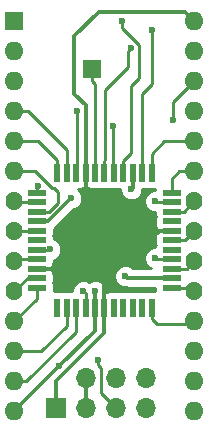
<source format=gtl>
G04 #@! TF.FileFunction,Copper,L1,Top,Signal*
%FSLAX46Y46*%
G04 Gerber Fmt 4.6, Leading zero omitted, Abs format (unit mm)*
G04 Created by KiCad (PCBNEW 4.0.7-e2-6376~58~ubuntu16.04.1) date Fri Nov 24 21:44:44 2023*
%MOMM*%
%LPD*%
G01*
G04 APERTURE LIST*
%ADD10C,0.100000*%
%ADD11R,1.700000X1.700000*%
%ADD12O,1.700000X1.700000*%
%ADD13R,1.600000X1.600000*%
%ADD14O,1.600000X1.600000*%
%ADD15O,1.400000X1.600000*%
%ADD16R,1.500000X0.550000*%
%ADD17R,0.550000X1.500000*%
%ADD18R,1.500000X1.500000*%
%ADD19C,0.600000*%
%ADD20C,0.350000*%
%ADD21C,0.250000*%
%ADD22C,0.254000*%
G04 APERTURE END LIST*
D10*
D11*
X169418000Y-145288000D03*
D12*
X171958000Y-145288000D03*
X171958000Y-142748000D03*
X174498000Y-145288000D03*
X174498000Y-142748000D03*
X177038000Y-145288000D03*
X177038000Y-142748000D03*
D13*
X165862000Y-112522000D03*
D14*
X181102000Y-145542000D03*
X165862000Y-115062000D03*
X181102000Y-143002000D03*
X165862000Y-117602000D03*
X181102000Y-140462000D03*
X165862000Y-120142000D03*
X181102000Y-137922000D03*
X165862000Y-122682000D03*
D15*
X181102000Y-135382000D03*
D14*
X165862000Y-125222000D03*
D15*
X181102000Y-132842000D03*
X165862000Y-127762000D03*
X181102000Y-130302000D03*
X165862000Y-130302000D03*
X181102000Y-127762000D03*
X165862000Y-132842000D03*
D14*
X181102000Y-125222000D03*
D15*
X165862000Y-135382000D03*
D14*
X181102000Y-122682000D03*
X165862000Y-137922000D03*
X181102000Y-120142000D03*
X165862000Y-140462000D03*
X181102000Y-117602000D03*
X165862000Y-143002000D03*
X181102000Y-115062000D03*
X165862000Y-145542000D03*
X181102000Y-112522000D03*
D16*
X167782000Y-127064000D03*
X167782000Y-127864000D03*
X167782000Y-128664000D03*
X167782000Y-129464000D03*
X167782000Y-130264000D03*
X167782000Y-131064000D03*
X167782000Y-131864000D03*
X167782000Y-132664000D03*
X167782000Y-133464000D03*
X167782000Y-134264000D03*
X167782000Y-135064000D03*
D17*
X169482000Y-136764000D03*
X170282000Y-136764000D03*
X171082000Y-136764000D03*
X171882000Y-136764000D03*
X172682000Y-136764000D03*
X173482000Y-136764000D03*
X174282000Y-136764000D03*
X175082000Y-136764000D03*
X175882000Y-136764000D03*
X176682000Y-136764000D03*
X177482000Y-136764000D03*
D16*
X179182000Y-135064000D03*
X179182000Y-134264000D03*
X179182000Y-133464000D03*
X179182000Y-132664000D03*
X179182000Y-131864000D03*
X179182000Y-131064000D03*
X179182000Y-130264000D03*
X179182000Y-129464000D03*
X179182000Y-128664000D03*
X179182000Y-127864000D03*
X179182000Y-127064000D03*
D17*
X177482000Y-125364000D03*
X176682000Y-125364000D03*
X175882000Y-125364000D03*
X175082000Y-125364000D03*
X174282000Y-125364000D03*
X173482000Y-125364000D03*
X172682000Y-125364000D03*
X171882000Y-125364000D03*
X171082000Y-125364000D03*
X170282000Y-125364000D03*
X169482000Y-125364000D03*
D18*
X172466000Y-116586000D03*
D19*
X172212000Y-129540000D03*
X169672000Y-141732000D03*
X170688000Y-127508000D03*
X175260000Y-134112000D03*
X175768000Y-126746000D03*
X172720000Y-135382000D03*
X175006000Y-112522000D03*
X171704000Y-135382000D03*
X179324000Y-120904000D03*
X177546000Y-113284000D03*
X171196000Y-120142000D03*
X175768000Y-114808000D03*
X174244000Y-121412000D03*
X168910000Y-131826000D03*
X172974000Y-141224000D03*
X167894000Y-126492000D03*
X177800000Y-132588000D03*
X177800000Y-127762000D03*
D20*
X173482000Y-138938000D02*
X169418000Y-143002000D01*
X169418000Y-143002000D02*
X169418000Y-145288000D01*
X173482000Y-136764000D02*
X173482000Y-138938000D01*
X170942000Y-118694000D02*
X170942000Y-113792000D01*
X170942000Y-113792000D02*
X173011999Y-111722001D01*
X173011999Y-111722001D02*
X180302001Y-111722001D01*
X180302001Y-111722001D02*
X181102000Y-112522000D01*
X171882000Y-125364000D02*
X171882000Y-119634000D01*
X171882000Y-119634000D02*
X170942000Y-118694000D01*
X179182000Y-130264000D02*
X179144000Y-130302000D01*
X179144000Y-130302000D02*
X176022000Y-130302000D01*
X175260000Y-129540000D02*
X172212000Y-129540000D01*
X176022000Y-130302000D02*
X175260000Y-129540000D01*
X167782000Y-133464000D02*
X173292572Y-133464000D01*
X173292572Y-133464000D02*
X173380740Y-133552168D01*
X172212000Y-132383428D02*
X173380740Y-133552168D01*
X172212000Y-129540000D02*
X172212000Y-132383428D01*
X173482000Y-136764000D02*
X173482000Y-133653428D01*
X173482000Y-133653428D02*
X173380740Y-133552168D01*
X167922000Y-133604000D02*
X167782000Y-133464000D01*
X172212000Y-127000000D02*
X171882000Y-126670000D01*
X171882000Y-126670000D02*
X171882000Y-125364000D01*
X172212000Y-129540000D02*
X172212000Y-127000000D01*
X171958000Y-142748000D02*
X171958000Y-145288000D01*
X169672000Y-141732000D02*
X165862000Y-145542000D01*
X172682000Y-138722000D02*
X169672000Y-141732000D01*
X167782000Y-129464000D02*
X168732000Y-129464000D01*
X168732000Y-129464000D02*
X170688000Y-127508000D01*
X179182000Y-134264000D02*
X175412000Y-134264000D01*
X175412000Y-134264000D02*
X175260000Y-134112000D01*
X175882000Y-125364000D02*
X175882000Y-126632000D01*
X175882000Y-126632000D02*
X175768000Y-126746000D01*
X172682000Y-136764000D02*
X172682000Y-135420000D01*
X172682000Y-135420000D02*
X172720000Y-135382000D01*
X172682000Y-136764000D02*
X172682000Y-138722000D01*
D21*
X176393002Y-114507998D02*
X176393002Y-117348000D01*
X175768000Y-123678000D02*
X175768000Y-117973002D01*
X175768000Y-117973002D02*
X176393002Y-117348000D01*
X175082000Y-124364000D02*
X175768000Y-123678000D01*
X175082000Y-124364000D02*
X175082000Y-125364000D01*
X175006000Y-113120996D02*
X176393002Y-114507998D01*
X175006000Y-112522000D02*
X175006000Y-113120996D01*
X171882000Y-136764000D02*
X171882000Y-135560000D01*
X171882000Y-135560000D02*
X171704000Y-135382000D01*
X179324000Y-120904000D02*
X179324000Y-119380000D01*
X179324000Y-119380000D02*
X181102000Y-117602000D01*
X176682000Y-118720000D02*
X177546000Y-117856000D01*
X177546000Y-117856000D02*
X177546000Y-113284000D01*
X176682000Y-125364000D02*
X176682000Y-118720000D01*
X177482000Y-136764000D02*
X177482000Y-137764000D01*
X177482000Y-137764000D02*
X177894000Y-138176000D01*
X177894000Y-138176000D02*
X180848000Y-138176000D01*
X180848000Y-138176000D02*
X181102000Y-137922000D01*
X179182000Y-135064000D02*
X180784000Y-135064000D01*
X180784000Y-135064000D02*
X181102000Y-135382000D01*
X179182000Y-133464000D02*
X180480000Y-133464000D01*
X180480000Y-133464000D02*
X181102000Y-132842000D01*
X179182000Y-131064000D02*
X180340000Y-131064000D01*
X180340000Y-131064000D02*
X181102000Y-130302000D01*
X179182000Y-128664000D02*
X180200000Y-128664000D01*
X180200000Y-128664000D02*
X181102000Y-127762000D01*
X179182000Y-125872000D02*
X179832000Y-125222000D01*
X179832000Y-125222000D02*
X181102000Y-125222000D01*
X179182000Y-127064000D02*
X179182000Y-125872000D01*
X177482000Y-123762000D02*
X178562000Y-122682000D01*
X178562000Y-122682000D02*
X181102000Y-122682000D01*
X177482000Y-125364000D02*
X177482000Y-123762000D01*
X171196000Y-120142000D02*
X171196000Y-125250000D01*
X171196000Y-125250000D02*
X171082000Y-125364000D01*
X170282000Y-136764000D02*
X170282000Y-138328000D01*
X170282000Y-138328000D02*
X168148000Y-140462000D01*
X168148000Y-140462000D02*
X165862000Y-140462000D01*
X171082000Y-138798000D02*
X166878000Y-143002000D01*
X166878000Y-143002000D02*
X165862000Y-143002000D01*
X171082000Y-138798000D02*
X171082000Y-136764000D01*
X175768000Y-114808000D02*
X175468001Y-115107999D01*
X175468001Y-115107999D02*
X175468001Y-116377999D01*
X175468001Y-116377999D02*
X173541001Y-118304999D01*
X173541001Y-118304999D02*
X173541001Y-124304999D01*
X173541001Y-124304999D02*
X173482000Y-124364000D01*
X173482000Y-124364000D02*
X173482000Y-125364000D01*
X172466000Y-116586000D02*
X172466000Y-117586000D01*
X172466000Y-117586000D02*
X172682000Y-117802000D01*
X172682000Y-117802000D02*
X172682000Y-125364000D01*
X174244000Y-121412000D02*
X174244000Y-125326000D01*
X174244000Y-125326000D02*
X174282000Y-125364000D01*
X167782000Y-127864000D02*
X165964000Y-127864000D01*
X165964000Y-127864000D02*
X165862000Y-127762000D01*
X165862000Y-125222000D02*
X167640000Y-125222000D01*
X167640000Y-125222000D02*
X169046999Y-126628999D01*
X169535002Y-127910998D02*
X168782000Y-128664000D01*
X169046999Y-126628999D02*
X169210001Y-126628999D01*
X169210001Y-126628999D02*
X169535001Y-126953999D01*
X169535001Y-126953999D02*
X169535002Y-127910998D01*
X168782000Y-128664000D02*
X167782000Y-128664000D01*
X165862000Y-120142000D02*
X166993370Y-120142000D01*
X166993370Y-120142000D02*
X170282000Y-123430630D01*
X170282000Y-123430630D02*
X170282000Y-125364000D01*
X165862000Y-122682000D02*
X167894000Y-122682000D01*
X167894000Y-122682000D02*
X169482000Y-124270000D01*
X169482000Y-124270000D02*
X169482000Y-125364000D01*
X167782000Y-130264000D02*
X165900000Y-130264000D01*
X165900000Y-130264000D02*
X165862000Y-130302000D01*
X165862000Y-137922000D02*
X167782000Y-136002000D01*
X167782000Y-136002000D02*
X167782000Y-135064000D01*
X167782000Y-134264000D02*
X166980000Y-134264000D01*
X166980000Y-134264000D02*
X165862000Y-135382000D01*
X167782000Y-132664000D02*
X166040000Y-132664000D01*
X166040000Y-132664000D02*
X165862000Y-132842000D01*
X167782000Y-131864000D02*
X168872000Y-131864000D01*
X168872000Y-131864000D02*
X168910000Y-131826000D01*
X174498000Y-145288000D02*
X173228000Y-144018000D01*
X173228000Y-144018000D02*
X173228000Y-141902264D01*
X173228000Y-141902264D02*
X172974000Y-141648264D01*
X172974000Y-141648264D02*
X172974000Y-141224000D01*
X167782000Y-127064000D02*
X167782000Y-126604000D01*
X167782000Y-126604000D02*
X167894000Y-126492000D01*
X179182000Y-132664000D02*
X177876000Y-132664000D01*
X177876000Y-132664000D02*
X177800000Y-132588000D01*
X179182000Y-127864000D02*
X177902000Y-127864000D01*
X177902000Y-127864000D02*
X177800000Y-127762000D01*
D22*
G36*
X171942910Y-126565441D02*
X172073245Y-126654495D01*
X172167750Y-126749000D01*
X172283310Y-126749000D01*
X172303753Y-126740532D01*
X172407000Y-126761440D01*
X172957000Y-126761440D01*
X173086589Y-126737056D01*
X173207000Y-126761440D01*
X173757000Y-126761440D01*
X173886589Y-126737056D01*
X174007000Y-126761440D01*
X174557000Y-126761440D01*
X174686589Y-126737056D01*
X174807000Y-126761440D01*
X174832986Y-126761440D01*
X174832838Y-126931167D01*
X174974883Y-127274943D01*
X175237673Y-127538192D01*
X175581201Y-127680838D01*
X175953167Y-127681162D01*
X176296943Y-127539117D01*
X176560192Y-127276327D01*
X176702838Y-126932799D01*
X176702987Y-126761440D01*
X176957000Y-126761440D01*
X177086589Y-126737056D01*
X177207000Y-126761440D01*
X177757000Y-126761440D01*
X177791454Y-126754957D01*
X177784560Y-126789000D01*
X177784560Y-126826986D01*
X177614833Y-126826838D01*
X177271057Y-126968883D01*
X177007808Y-127231673D01*
X176865162Y-127575201D01*
X176864838Y-127947167D01*
X177006883Y-128290943D01*
X177269673Y-128554192D01*
X177613201Y-128696838D01*
X177784560Y-128696987D01*
X177784560Y-128939000D01*
X177808944Y-129068589D01*
X177784560Y-129189000D01*
X177784560Y-129739000D01*
X177804450Y-129844705D01*
X177797000Y-129862690D01*
X177797000Y-129978250D01*
X177893401Y-130074651D01*
X177967910Y-130190441D01*
X178075397Y-130263884D01*
X177980559Y-130324910D01*
X177891505Y-130455245D01*
X177797000Y-130549750D01*
X177797000Y-130665310D01*
X177805468Y-130685753D01*
X177784560Y-130789000D01*
X177784560Y-131339000D01*
X177808944Y-131468589D01*
X177784560Y-131589000D01*
X177784560Y-131652986D01*
X177614833Y-131652838D01*
X177271057Y-131794883D01*
X177007808Y-132057673D01*
X176865162Y-132401201D01*
X176864838Y-132773167D01*
X177006883Y-133116943D01*
X177269673Y-133380192D01*
X177447422Y-133454000D01*
X175924285Y-133454000D01*
X175790327Y-133319808D01*
X175446799Y-133177162D01*
X175074833Y-133176838D01*
X174731057Y-133318883D01*
X174467808Y-133581673D01*
X174325162Y-133925201D01*
X174324838Y-134297167D01*
X174466883Y-134640943D01*
X174729673Y-134904192D01*
X175073201Y-135046838D01*
X175276338Y-135047015D01*
X175412000Y-135074000D01*
X177784560Y-135074000D01*
X177784560Y-135339000D01*
X177791043Y-135373454D01*
X177757000Y-135366560D01*
X177207000Y-135366560D01*
X177077411Y-135390944D01*
X176957000Y-135366560D01*
X176407000Y-135366560D01*
X176277411Y-135390944D01*
X176157000Y-135366560D01*
X175607000Y-135366560D01*
X175477411Y-135390944D01*
X175357000Y-135366560D01*
X174807000Y-135366560D01*
X174677411Y-135390944D01*
X174557000Y-135366560D01*
X174007000Y-135366560D01*
X173901295Y-135386450D01*
X173883310Y-135379000D01*
X173767750Y-135379000D01*
X173671349Y-135475401D01*
X173654910Y-135485979D01*
X173655162Y-135196833D01*
X173513117Y-134853057D01*
X173250327Y-134589808D01*
X172906799Y-134447162D01*
X172534833Y-134446838D01*
X172211629Y-134580383D01*
X171890799Y-134447162D01*
X171518833Y-134446838D01*
X171175057Y-134588883D01*
X170911808Y-134851673D01*
X170769162Y-135195201D01*
X170769007Y-135373709D01*
X170677411Y-135390944D01*
X170557000Y-135366560D01*
X170007000Y-135366560D01*
X169877411Y-135390944D01*
X169757000Y-135366560D01*
X169207000Y-135366560D01*
X169172546Y-135373043D01*
X169179440Y-135339000D01*
X169179440Y-134789000D01*
X169155056Y-134659411D01*
X169179440Y-134539000D01*
X169179440Y-133989000D01*
X169159550Y-133883295D01*
X169167000Y-133865310D01*
X169167000Y-133749750D01*
X169070599Y-133653349D01*
X168996090Y-133537559D01*
X168888603Y-133464116D01*
X168983441Y-133403090D01*
X169072495Y-133272755D01*
X169167000Y-133178250D01*
X169167000Y-133062690D01*
X169158532Y-133042247D01*
X169179440Y-132939000D01*
X169179440Y-132726341D01*
X169438943Y-132619117D01*
X169702192Y-132356327D01*
X169844838Y-132012799D01*
X169845162Y-131640833D01*
X169703117Y-131297057D01*
X169440327Y-131033808D01*
X169179440Y-130925478D01*
X169179440Y-130789000D01*
X169155056Y-130659411D01*
X169179440Y-130539000D01*
X169179440Y-130120490D01*
X169304756Y-130036756D01*
X170916084Y-128425429D01*
X171216943Y-128301117D01*
X171480192Y-128038327D01*
X171622838Y-127694799D01*
X171623162Y-127322833D01*
X171481117Y-126979057D01*
X171263879Y-126761440D01*
X171357000Y-126761440D01*
X171462705Y-126741550D01*
X171480690Y-126749000D01*
X171596250Y-126749000D01*
X171692651Y-126652599D01*
X171808441Y-126578090D01*
X171881884Y-126470603D01*
X171942910Y-126565441D01*
X171942910Y-126565441D01*
G37*
X171942910Y-126565441D02*
X172073245Y-126654495D01*
X172167750Y-126749000D01*
X172283310Y-126749000D01*
X172303753Y-126740532D01*
X172407000Y-126761440D01*
X172957000Y-126761440D01*
X173086589Y-126737056D01*
X173207000Y-126761440D01*
X173757000Y-126761440D01*
X173886589Y-126737056D01*
X174007000Y-126761440D01*
X174557000Y-126761440D01*
X174686589Y-126737056D01*
X174807000Y-126761440D01*
X174832986Y-126761440D01*
X174832838Y-126931167D01*
X174974883Y-127274943D01*
X175237673Y-127538192D01*
X175581201Y-127680838D01*
X175953167Y-127681162D01*
X176296943Y-127539117D01*
X176560192Y-127276327D01*
X176702838Y-126932799D01*
X176702987Y-126761440D01*
X176957000Y-126761440D01*
X177086589Y-126737056D01*
X177207000Y-126761440D01*
X177757000Y-126761440D01*
X177791454Y-126754957D01*
X177784560Y-126789000D01*
X177784560Y-126826986D01*
X177614833Y-126826838D01*
X177271057Y-126968883D01*
X177007808Y-127231673D01*
X176865162Y-127575201D01*
X176864838Y-127947167D01*
X177006883Y-128290943D01*
X177269673Y-128554192D01*
X177613201Y-128696838D01*
X177784560Y-128696987D01*
X177784560Y-128939000D01*
X177808944Y-129068589D01*
X177784560Y-129189000D01*
X177784560Y-129739000D01*
X177804450Y-129844705D01*
X177797000Y-129862690D01*
X177797000Y-129978250D01*
X177893401Y-130074651D01*
X177967910Y-130190441D01*
X178075397Y-130263884D01*
X177980559Y-130324910D01*
X177891505Y-130455245D01*
X177797000Y-130549750D01*
X177797000Y-130665310D01*
X177805468Y-130685753D01*
X177784560Y-130789000D01*
X177784560Y-131339000D01*
X177808944Y-131468589D01*
X177784560Y-131589000D01*
X177784560Y-131652986D01*
X177614833Y-131652838D01*
X177271057Y-131794883D01*
X177007808Y-132057673D01*
X176865162Y-132401201D01*
X176864838Y-132773167D01*
X177006883Y-133116943D01*
X177269673Y-133380192D01*
X177447422Y-133454000D01*
X175924285Y-133454000D01*
X175790327Y-133319808D01*
X175446799Y-133177162D01*
X175074833Y-133176838D01*
X174731057Y-133318883D01*
X174467808Y-133581673D01*
X174325162Y-133925201D01*
X174324838Y-134297167D01*
X174466883Y-134640943D01*
X174729673Y-134904192D01*
X175073201Y-135046838D01*
X175276338Y-135047015D01*
X175412000Y-135074000D01*
X177784560Y-135074000D01*
X177784560Y-135339000D01*
X177791043Y-135373454D01*
X177757000Y-135366560D01*
X177207000Y-135366560D01*
X177077411Y-135390944D01*
X176957000Y-135366560D01*
X176407000Y-135366560D01*
X176277411Y-135390944D01*
X176157000Y-135366560D01*
X175607000Y-135366560D01*
X175477411Y-135390944D01*
X175357000Y-135366560D01*
X174807000Y-135366560D01*
X174677411Y-135390944D01*
X174557000Y-135366560D01*
X174007000Y-135366560D01*
X173901295Y-135386450D01*
X173883310Y-135379000D01*
X173767750Y-135379000D01*
X173671349Y-135475401D01*
X173654910Y-135485979D01*
X173655162Y-135196833D01*
X173513117Y-134853057D01*
X173250327Y-134589808D01*
X172906799Y-134447162D01*
X172534833Y-134446838D01*
X172211629Y-134580383D01*
X171890799Y-134447162D01*
X171518833Y-134446838D01*
X171175057Y-134588883D01*
X170911808Y-134851673D01*
X170769162Y-135195201D01*
X170769007Y-135373709D01*
X170677411Y-135390944D01*
X170557000Y-135366560D01*
X170007000Y-135366560D01*
X169877411Y-135390944D01*
X169757000Y-135366560D01*
X169207000Y-135366560D01*
X169172546Y-135373043D01*
X169179440Y-135339000D01*
X169179440Y-134789000D01*
X169155056Y-134659411D01*
X169179440Y-134539000D01*
X169179440Y-133989000D01*
X169159550Y-133883295D01*
X169167000Y-133865310D01*
X169167000Y-133749750D01*
X169070599Y-133653349D01*
X168996090Y-133537559D01*
X168888603Y-133464116D01*
X168983441Y-133403090D01*
X169072495Y-133272755D01*
X169167000Y-133178250D01*
X169167000Y-133062690D01*
X169158532Y-133042247D01*
X169179440Y-132939000D01*
X169179440Y-132726341D01*
X169438943Y-132619117D01*
X169702192Y-132356327D01*
X169844838Y-132012799D01*
X169845162Y-131640833D01*
X169703117Y-131297057D01*
X169440327Y-131033808D01*
X169179440Y-130925478D01*
X169179440Y-130789000D01*
X169155056Y-130659411D01*
X169179440Y-130539000D01*
X169179440Y-130120490D01*
X169304756Y-130036756D01*
X170916084Y-128425429D01*
X171216943Y-128301117D01*
X171480192Y-128038327D01*
X171622838Y-127694799D01*
X171623162Y-127322833D01*
X171481117Y-126979057D01*
X171263879Y-126761440D01*
X171357000Y-126761440D01*
X171462705Y-126741550D01*
X171480690Y-126749000D01*
X171596250Y-126749000D01*
X171692651Y-126652599D01*
X171808441Y-126578090D01*
X171881884Y-126470603D01*
X171942910Y-126565441D01*
M02*

</source>
